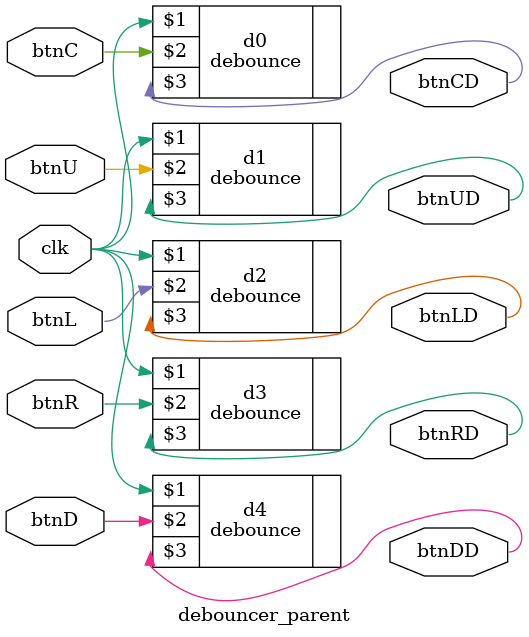
<source format=v>
`timescale 1ns / 1ps

module debouncer_parent(
    input clk, btnC, btnU, btnL, btnR, btnD,
    output btnCD, btnUD, btnLD, btnRD, btnDD
    );
    
    debounce d0(clk, btnC, btnCD);
    debounce d1(clk, btnU, btnUD);
    debounce d2(clk, btnL, btnLD);
    debounce d3(clk, btnR, btnRD);
    debounce d4(clk, btnD, btnDD);
endmodule

</source>
